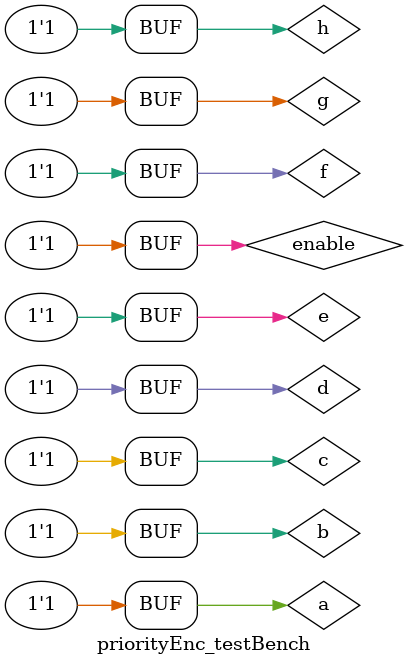
<source format=v>
`timescale 1ns / 1ps

module priorityEnc_testBench;

	// Inputs
	reg enable;
	reg a;
	reg b;
	reg c;
	reg d;
	reg e;
	reg f;
	reg g;
	reg h;

	// Outputs
	wire o0;
	wire o1;
	wire o2;
	wire valid;

	// Instantiate the Unit Under Test (UUT)
	priorityEnc uut (
		.enable(enable),
		.a(a),
		.b(b),
		.c(c),
		.d(d),
		.e(e),
		.f(f),
		.g(g),
		.h(h),
		.o0(o0),
		.o1(o1),
		.o2(o2),
		.valid(valid)
	);

	initial begin
		// Initialize Inputs
		enable = 0;
		a = 0;
		b = 0;
		c = 0;
		d = 0;
		e = 0;
		f = 0;
		g = 0;
		h = 0;

		// Wait 1.9 ns for global reset to finish
		#1.953125;
		repeat(511)
		begin
		enable = enable^(a&b&c&d&e&f&g&h);
		a = a^(b&c&d&e&f&g&h);
		b = b^(c&d&e&f&g&h);
		c = c^(d&e&f&g&h);
		d = d^(e&f&g&h);
		e = e^(f&g&h);
		f = f^(g&h);
		g = g^(h);
		h = h^1;
		#1.953125;
		end

		// Add stimulus here

	end

endmodule

</source>
